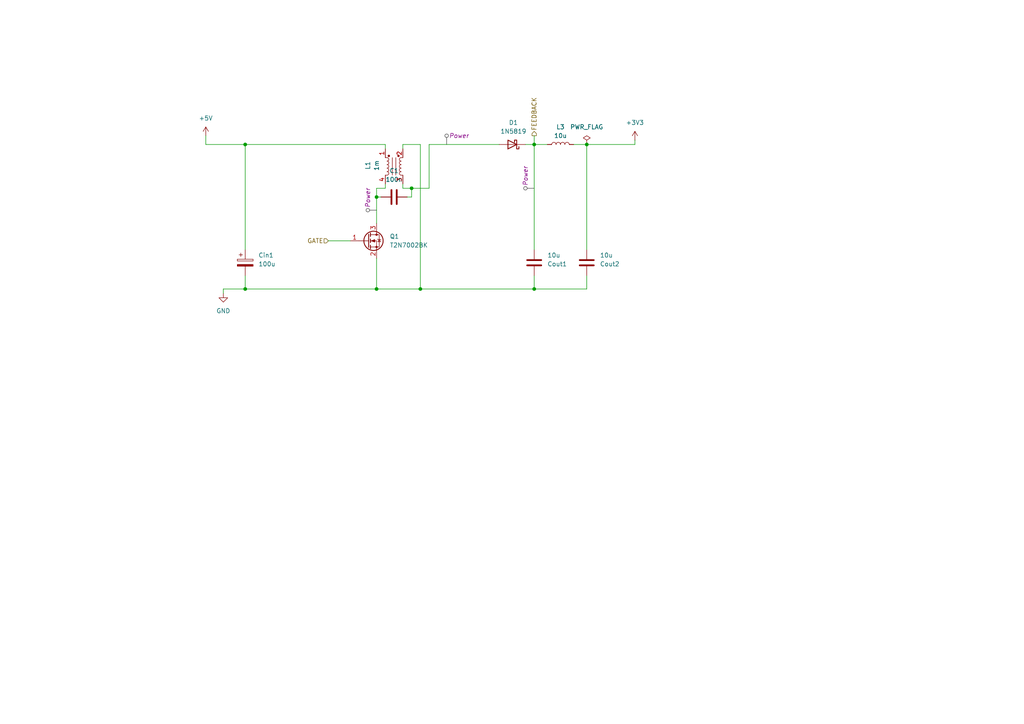
<source format=kicad_sch>
(kicad_sch (version 20231120) (generator "eeschema") (generator_version "8.0")
  (paper "A4")
  (lib_symbols
    (symbol "Device:C" (pin_numbers hide) (pin_names (offset 0.254))
      (property "Reference" "C" (at 0.635 2.54 0))
      (property "Value" "C" (at 0.635 -2.54 0))
      (symbol "C_0_1"
        (polyline (pts (xy -2.032 -0.762) (xy 2.032 -0.762)) (stroke (width 0.508)))
        (polyline (pts (xy -2.032 0.762) (xy 2.032 0.762)) (stroke (width 0.508)))
      )
      (symbol "C_1_1"
        (pin passive line (at 0 3.81 270) (length 2.794) (name "~") (number "1"))
        (pin passive line (at 0 -3.81 90) (length 2.794) (name "~") (number "2"))
      )
    )
    (symbol "Device:C_Polarized" (pin_numbers hide) (pin_names (offset 0.254))
      (property "Reference" "C" (at 0.635 2.54 0))
      (property "Value" "C_Polarized" (at 0.635 -2.54 0))
      (symbol "C_Polarized_0_1"
        (rectangle (start -2.286 0.508) (end 2.286 1.016))
        (polyline (pts (xy -1.778 2.286) (xy -0.762 2.286)))
        (polyline (pts (xy -1.27 2.794) (xy -1.27 1.778)))
        (rectangle (start 2.286 -0.508) (end -2.286 -1.016) (fill (type outline)))
      )
      (symbol "C_Polarized_1_1"
        (pin passive line (at 0 3.81 270) (length 2.794) (name "~") (number "1"))
        (pin passive line (at 0 -3.81 90) (length 2.794) (name "~") (number "2"))
      )
    )
    (symbol "Device:L" (pin_numbers hide) (pin_names (offset 1.016) hide)
      (property "Reference" "L" (at -1.27 0 90))
      (property "Value" "L" (at 1.905 0 90))
      (symbol "L_0_1"
        (arc (start 0 -2.54) (mid 0.6323 -1.905) (end 0 -1.27))
        (arc (start 0 -1.27) (mid 0.6323 -0.635) (end 0 0))
        (arc (start 0 0) (mid 0.6323 0.635) (end 0 1.27))
        (arc (start 0 1.27) (mid 0.6323 1.905) (end 0 2.54))
      )
      (symbol "L_1_1"
        (pin passive line (at 0 3.81 270) (length 1.27) (name "1") (number "1"))
        (pin passive line (at 0 -3.81 90) (length 1.27) (name "2") (number "2"))
      )
    )
    (symbol "Device:L_Iron_Coupled_1423" (pin_names (offset 0.254) hide)
      (property "Reference" "L" (at 0 4.445 0))
      (property "Value" "L_Iron_Coupled_1423" (at 0 -4.445 0))
      (symbol "L_Iron_Coupled_1423_0_1"
        (circle (center -3.048 -1.27) (radius 0.254) (fill (type outline)))
        (circle (center -3.048 1.524) (radius 0.254) (fill (type outline)))
        (arc (start -2.54 2.032) (mid -2.032 1.5262) (end -1.524 2.032))
        (arc (start -1.524 -2.032) (mid -2.032 -1.5262) (end -2.54 -2.032))
        (arc (start -1.524 2.032) (mid -1.016 1.5262) (end -0.508 2.032))
        (arc (start -0.508 -2.032) (mid -1.016 -1.5262) (end -1.524 -2.032))
        (arc (start -0.508 2.032) (mid 0 1.5262) (end 0.508 2.032))
        (polyline (pts (xy -2.54 -2.032) (xy -2.54 -2.54)))
        (polyline (pts (xy -2.54 0.508) (xy 2.54 0.508)))
        (polyline (pts (xy -2.54 2.032) (xy -2.54 2.54)))
        (polyline (pts (xy 2.54 -2.032) (xy 2.54 -2.54)))
        (polyline (pts (xy 2.54 -0.508) (xy -2.54 -0.508)))
        (polyline (pts (xy 2.54 2.54) (xy 2.54 2.032)))
        (arc (start 0.508 -2.032) (mid 0 -1.5262) (end -0.508 -2.032))
        (arc (start 0.508 2.032) (mid 1.016 1.5262) (end 1.524 2.032))
        (arc (start 1.524 -2.032) (mid 1.016 -1.5262) (end 0.508 -2.032))
        (arc (start 1.524 2.032) (mid 2.032 1.5262) (end 2.54 2.032))
        (arc (start 2.54 -2.032) (mid 2.032 -1.5262) (end 1.524 -2.032))
      )
      (symbol "L_Iron_Coupled_1423_1_1"
        (pin passive line (at -5.08 2.54 0) (length 2.54) (name "1") (number "1"))
        (pin passive line (at -5.08 -2.54 0) (length 2.54) (name "2") (number "2"))
        (pin passive line (at 5.08 -2.54 180) (length 2.54) (name "3") (number "3"))
        (pin passive line (at 5.08 2.54 180) (length 2.54) (name "4") (number "4"))
      )
    )
    (symbol "Diode:1N5819" (pin_numbers hide) (pin_names (offset 1.016) hide)
      (property "Reference" "D" (at 0 2.54 0))
      (property "Value" "1N5819" (at 0 -2.54 0))
      (symbol "1N5819_0_1"
        (polyline (pts (xy 1.27 0) (xy -1.27 0)))
        (polyline (pts (xy 1.27 1.27) (xy 1.27 -1.27) (xy -1.27 0) (xy 1.27 1.27)) (stroke (width 0.254)))
        (polyline (pts (xy -1.905 0.635) (xy -1.905 1.27) (xy -1.27 1.27) (xy -1.27 -1.27) (xy -0.635 -1.27) (xy -0.635 -0.635)) (stroke (width 0.254)))
      )
      (symbol "1N5819_1_1"
        (pin passive line (at -3.81 0 0) (length 2.54) (name "K") (number "1"))
        (pin passive line (at 3.81 0 180) (length 2.54) (name "A") (number "2"))
      )
    )
    (symbol "Transistor_FET:2N7002K" (pin_names hide)
      (property "Reference" "Q" (at 5.08 1.905 0))
      (property "Value" "2N7002K" (at 5.08 0 0))
      (symbol "2N7002K_0_1"
        (polyline (pts (xy 0.254 0) (xy -2.54 0)))
        (polyline (pts (xy 0.254 1.905) (xy 0.254 -1.905)) (stroke (width 0.254)))
        (polyline (pts (xy 0.762 -1.27) (xy 0.762 -2.286)) (stroke (width 0.254)))
        (polyline (pts (xy 0.762 0.508) (xy 0.762 -0.508)) (stroke (width 0.254)))
        (polyline (pts (xy 0.762 2.286) (xy 0.762 1.27)) (stroke (width 0.254)))
        (polyline (pts (xy 2.54 2.54) (xy 2.54 1.778)))
        (polyline (pts (xy 2.54 -2.54) (xy 2.54 0) (xy 0.762 0)))
        (polyline (pts (xy 0.762 -1.778) (xy 3.302 -1.778) (xy 3.302 1.778) (xy 0.762 1.778)))
        (polyline (pts (xy 1.016 0) (xy 2.032 0.381) (xy 2.032 -0.381) (xy 1.016 0)) (fill (type outline)))
        (polyline (pts (xy 2.794 0.508) (xy 2.921 0.381) (xy 3.683 0.381) (xy 3.81 0.254)))
        (polyline (pts (xy 3.302 0.381) (xy 2.921 -0.254) (xy 3.683 -0.254) (xy 3.302 0.381)))
        (circle (center 1.651 0) (radius 2.794) (stroke (width 0.254)))
        (circle (center 2.54 -1.778) (radius 0.254) (fill (type outline)))
        (circle (center 2.54 1.778) (radius 0.254) (fill (type outline)))
      )
      (symbol "2N7002K_1_1"
        (pin input line (at -5.08 0 0) (length 2.54) (name "G") (number "1"))
        (pin passive line (at 2.54 -5.08 90) (length 2.54) (name "S") (number "2"))
        (pin passive line (at 2.54 5.08 270) (length 2.54) (name "D") (number "3"))
      )
    )
    (symbol "power:+3V3" (power) (pin_numbers hide) (pin_names (offset 0) hide)
      (property "Value" "+3V3" (at 0 3.556 0))
      (symbol "+3V3_0_1"
        (polyline (pts (xy -0.762 1.27) (xy 0 2.54)))
        (polyline (pts (xy 0 0) (xy 0 2.54)))
        (polyline (pts (xy 0 2.54) (xy 0.762 1.27)))
      )
      (symbol "+3V3_1_1"
        (pin power_in line (at 0 0 90) (length 0) (name "~") (number "1"))
      )
    )
    (symbol "power:+5V" (power) (pin_numbers hide) (pin_names (offset 0) hide)
      (property "Value" "+5V" (at 0 3.556 0))
      (symbol "+5V_0_1"
        (polyline (pts (xy -0.762 1.27) (xy 0 2.54)))
        (polyline (pts (xy 0 0) (xy 0 2.54)))
        (polyline (pts (xy 0 2.54) (xy 0.762 1.27)))
      )
      (symbol "+5V_1_1"
        (pin power_in line (at 0 0 90) (length 0) (name "~") (number "1"))
      )
    )
    (symbol "power:GND" (power) (pin_numbers hide) (pin_names (offset 0) hide)
      (property "Value" "GND" (at 0 -3.81 0))
      (symbol "GND_0_1"
        (polyline (pts (xy 0 0) (xy 0 -1.27) (xy 1.27 -1.27) (xy 0 -2.54) (xy -1.27 -1.27) (xy 0 -1.27)))
      )
      (symbol "GND_1_1"
        (pin power_in line (at 0 0 270) (length 0) (name "~") (number "1"))
      )
    )
    (symbol "power:PWR_FLAG" (power) (pin_numbers hide) (pin_names (offset 0) hide)
      (property "Value" "PWR_FLAG" (at 0 3.81 0))
      (symbol "PWR_FLAG_0_0"
        (pin power_out line (at 0 0 90) (length 0) (name "~") (number "1"))
      )
      (symbol "PWR_FLAG_0_1"
        (polyline (pts (xy 0 0) (xy 0 1.27) (xy -1.016 1.905) (xy 0 2.54) (xy 1.016 1.905) (xy 0 1.27)))
      )
    )
  )
  (junction (at 154.94 41.91))
  (junction (at 109.22 83.82))
  (junction (at 121.92 83.82))
  (junction (at 71.12 41.91))
  (junction (at 71.12 83.82))
  (junction (at 154.94 83.82))
  (junction (at 119.38 54.61))
  (junction (at 109.22 57.15))
  (junction (at 170.18 41.91))
  (wire (pts (xy 116.84 41.91) (xy 121.92 41.91)))
  (wire (pts (xy 95.25 69.85) (xy 101.6 69.85)))
  (wire (pts (xy 111.76 53.34) (xy 111.76 54.61)))
  (wire (pts (xy 170.18 80.01) (xy 170.18 83.82)))
  (wire (pts (xy 119.38 54.61) (xy 124.46 54.61)))
  (wire (pts (xy 109.22 83.82) (xy 109.22 74.93)))
  (wire (pts (xy 118.11 57.15) (xy 119.38 57.15)))
  (wire (pts (xy 170.18 83.82) (xy 154.94 83.82)))
  (wire (pts (xy 116.84 54.61) (xy 119.38 54.61)))
  (wire (pts (xy 121.92 41.91) (xy 121.92 83.82)))
  (wire (pts (xy 154.94 41.91) (xy 154.94 72.39)))
  (wire (pts (xy 152.4 41.91) (xy 154.94 41.91)))
  (wire (pts (xy 59.69 41.91) (xy 71.12 41.91)))
  (wire (pts (xy 144.78 41.91) (xy 124.46 41.91)))
  (wire (pts (xy 71.12 80.01) (xy 71.12 83.82)))
  (wire (pts (xy 109.22 83.82) (xy 121.92 83.82)))
  (wire (pts (xy 64.77 83.82) (xy 64.77 85.09)))
  (wire (pts (xy 109.22 57.15) (xy 110.49 57.15)))
  (wire (pts (xy 124.46 41.91) (xy 124.46 54.61)))
  (wire (pts (xy 154.94 39.37) (xy 154.94 41.91)))
  (wire (pts (xy 64.77 83.82) (xy 71.12 83.82)))
  (wire (pts (xy 59.69 39.37) (xy 59.69 41.91)))
  (wire (pts (xy 154.94 80.01) (xy 154.94 83.82)))
  (wire (pts (xy 170.18 41.91) (xy 166.37 41.91)))
  (wire (pts (xy 116.84 53.34) (xy 116.84 54.61)))
  (wire (pts (xy 116.84 43.18) (xy 116.84 41.91)))
  (wire (pts (xy 71.12 41.91) (xy 111.76 41.91)))
  (wire (pts (xy 109.22 57.15) (xy 109.22 64.77)))
  (wire (pts (xy 158.75 41.91) (xy 154.94 41.91)))
  (wire (pts (xy 184.15 40.64) (xy 184.15 41.91)))
  (wire (pts (xy 119.38 57.15) (xy 119.38 54.61)))
  (wire (pts (xy 170.18 41.91) (xy 170.18 72.39)))
  (wire (pts (xy 109.22 54.61) (xy 109.22 57.15)))
  (wire (pts (xy 111.76 41.91) (xy 111.76 43.18)))
  (wire (pts (xy 121.92 83.82) (xy 154.94 83.82)))
  (wire (pts (xy 111.76 54.61) (xy 109.22 54.61)))
  (wire (pts (xy 71.12 72.39) (xy 71.12 41.91)))
  (wire (pts (xy 71.12 83.82) (xy 109.22 83.82)))
  (wire (pts (xy 170.18 41.91) (xy 184.15 41.91)))
  (hierarchical_label "FEEDBACK" (shape output) (at 154.94 39.37 90))
  (hierarchical_label "GATE" (shape input) (at 95.25 69.85 180))
  (netclass_flag "" (length 2.54) (shape round) (at 154.94 54.61 90) (property "Netclass" "Power" (at 152.4 53.9115 90) (effects (font (italic yes)) (justify left))))
  (netclass_flag "" (length 2.54) (shape round) (at 129.54 41.91 0) (property "Netclass" "Power" (at 130.2385 39.37 0) (effects (font (italic yes)) (justify left))))
  (netclass_flag "" (length 2.54) (shape round) (at 109.22 60.96 90) (property "Netclass" "Power" (at 106.68 60.2615 90) (effects (font (italic yes)) (justify left))))
  (symbol (lib_id "Device:L_Iron_Coupled_1423") (at 114.3 48.26 90) (mirror x) (unit 1)
    (property "Reference" "L1" (at 106.68 48.006 0))
    (property "Value" "1m" (at 109.22 48.006 0))
    (property "Footprint" "custom-footprints:L_CommonModeChoke_Murata_5000_Series" (effects (hide yes)))
    (property "Description" "Coupled inductor with iron core" (effects (hide yes)))
    (property "Mouser part no." "580-50105C" (effects (hide yes)))
    (property "Part no." "50105C" (effects (hide yes)))
    (property "LCSC part no." "C6393640" (effects (hide yes)))
  )
  (symbol (lib_id "power:+3V3") (at 184.15 40.64 0) (unit 1)
    (property "Reference" "#PWR09" (effects (hide yes)))
    (property "Value" "+3V3" (at 184.15 35.56 0))
    (property "Description" "Power symbol creates a global label with name \"+3V3\"" (effects (hide yes)))
  )
  (symbol (lib_id "Diode:1N5819") (at 148.59 41.91 180) (unit 1)
    (property "Reference" "D1" (at 148.9075 35.56 0))
    (property "Value" "1N5819" (at 148.9075 38.1 0))
    (property "Footprint" "Diode_THT:D_DO-41_SOD81_P10.16mm_Horizontal" (effects (hide yes)))
    (property "Datasheet" "https://www.jaycar.com.au/medias/sys_master/images/images/10149498126366/ZR1020-dataSheetMain.pdf" (effects (hide yes)))
    (property "Description" "40V 1A Schottky Barrier Rectifier Diode, DO-41" (effects (hide yes)))
    (property "Sim.Library" "1n5819/1n5819_spice.lib" (effects (hide yes)))
    (property "Sim.Name" "1N5819" (effects (hide yes)))
    (property "Sim.Device" "SUBCKT" (effects (hide yes)))
    (property "Sim.Pins" "1=K 2=A" (effects (hide yes)))
    (property "Sim.Params" "Vf=0.6" (effects (hide yes)))
    (property "Mouser part no." "833-1N5819-TP" (effects (hide yes)))
    (property "Part no." "1N5819-TP" (effects (hide yes)))
    (property "LCSC part no." "C526214" (effects (hide yes)))
  )
  (symbol (lib_id "Device:C") (at 170.18 76.2 0) (mirror y) (unit 1)
    (property "Reference" "Cout2" (at 173.99 76.5811 0) (effects (justify right)))
    (property "Value" "10u" (at 173.99 74.0411 0) (effects (justify right)))
    (property "Footprint" "Capacitor_SMD:C_0805_2012Metric_Pad1.18x1.45mm_HandSolder" (effects (hide yes)))
    (property "Description" "Unpolarized capacitor" (effects (hide yes)))
    (property "Mouser part no." "187-CL21A106KOQNNNE" (effects (hide yes)))
    (property "Part no." "CL21A106KOQNNNE" (effects (hide yes)))
    (property "LCSC part no." "C1713" (effects (hide yes)))
  )
  (symbol (lib_id "Device:C") (at 154.94 76.2 0) (mirror y) (unit 1)
    (property "Reference" "Cout1" (at 158.75 76.5811 0) (effects (justify right)))
    (property "Value" "10u" (at 158.75 74.0411 0) (effects (justify right)))
    (property "Footprint" "Capacitor_SMD:C_0805_2012Metric_Pad1.18x1.45mm_HandSolder" (effects (hide yes)))
    (property "Description" "Unpolarized capacitor" (effects (hide yes)))
    (property "Mouser part no." "187-CL21A106KOQNNNE" (effects (hide yes)))
    (property "Part no." "CL21A106KOQNNNE" (effects (hide yes)))
    (property "LCSC part no." "C1713" (effects (hide yes)))
  )
  (symbol (lib_id "power:+5V") (at 59.69 39.37 0) (unit 1)
    (property "Reference" "#PWR021" (effects (hide yes)))
    (property "Value" "+5V" (at 59.69 34.29 0))
    (property "Description" "Power symbol creates a global label with name \"+5V\"" (effects (hide yes)))
  )
  (symbol (lib_id "power:GND") (at 64.77 85.09 0) (unit 1) (exclude_from_sim yes)
    (property "Reference" "#PWR06" (effects (hide yes)))
    (property "Value" "GND" (at 64.77 90.17 0))
    (property "Description" "Power symbol creates a global label with name \"GND\" , ground" (effects (hide yes)))
  )
  (symbol (lib_id "Transistor_FET:2N7002K") (at 106.68 69.85 0) (unit 1)
    (property "Reference" "Q1" (at 113.03 68.58 0) (effects (justify left)))
    (property "Value" "T2N7002BK" (at 113.03 71.12 0) (effects (justify left)))
    (property "Footprint" "Package_TO_SOT_SMD:SOT-23_Handsoldering" (effects (hide yes)))
    (property "Datasheet" "https://www.diodes.com/assets/Datasheets/ds30896.pdf" (effects (hide yes)))
    (property "Sim.Library" "T2N7002BK_PSpice_20160711.lib" (effects (hide yes)))
    (property "Sim.Name" "NMOS_T2N7002BK" (effects (hide yes)))
    (property "Sim.Pins" "1=2 2=3 3=1" (effects (hide yes)))
    (property "Sim.Device" "SUBCKT" (effects (hide yes)))
    (property "Mouser part no." "757-T2N7002BKLM" (effects (hide yes)))
    (property "Part no." "T2N7002BKLM" (effects (hide yes)))
    (property "LCSC part no." "C146372" (effects (hide yes)))
  )
  (symbol (lib_id "Device:C_Polarized") (at 71.12 76.2 0) (unit 1)
    (property "Reference" "Cin1" (at 74.93 74.0409 0) (effects (justify left)))
    (property "Value" "100u" (at 74.93 76.5809 0) (effects (justify left)))
    (property "Footprint" "Capacitor_THT:CP_Radial_D6.3mm_P2.50mm" (effects (hide yes)))
    (property "Description" "Polarized capacitor" (effects (hide yes)))
    (property "Mouser part no." "710-860080473006" (effects (hide yes)))
    (property "Part no." "860080473006" (effects (hide yes)))
    (property "LCSC part no." "C88754" (effects (hide yes)))
  )
  (symbol (lib_id "Device:L") (at 162.56 41.91 90) (unit 1)
    (property "Reference" "L3" (at 162.56 36.83 90))
    (property "Value" "10u" (at 162.56 39.37 90))
    (property "Footprint" "Inductor_SMD:L_1008_2520Metric_Pad1.43x2.20mm_HandSolder" (effects (hide yes)))
    (property "Description" "Inductor" (effects (hide yes)))
    (property "Mouser part no." "963-LBR2518T100K" (effects (hide yes)))
    (property "Part no." "LBR2518T100K" (effects (hide yes)))
    (property "LCSC part no." "C2041481" (effects (hide yes)))
  )
  (symbol (lib_id "Device:C") (at 114.3 57.15 270) (unit 1)
    (property "Reference" "C1" (at 114.3 49.53 90))
    (property "Value" "100n" (at 114.3 52.07 90))
    (property "Footprint" "Capacitor_SMD:C_0603_1608Metric_Pad1.08x0.95mm_HandSolder" (effects (hide yes)))
    (property "Description" "Unpolarized capacitor" (effects (hide yes)))
    (property "Mouser part no." "710-885012206095" (effects (hide yes)))
    (property "Part no." "885012206095" (effects (hide yes)))
    (property "LCSC part no." "C14663" (effects (hide yes)))
  )
  (symbol (lib_id "power:PWR_FLAG") (at 170.18 41.91 0) (unit 1)
    (property "Reference" "#FLG02" (effects (hide yes)))
    (property "Value" "PWR_FLAG" (at 170.18 36.83 0))
    (property "Description" "Special symbol for telling ERC where power comes from" (effects (hide yes)))
  )
)
</source>
